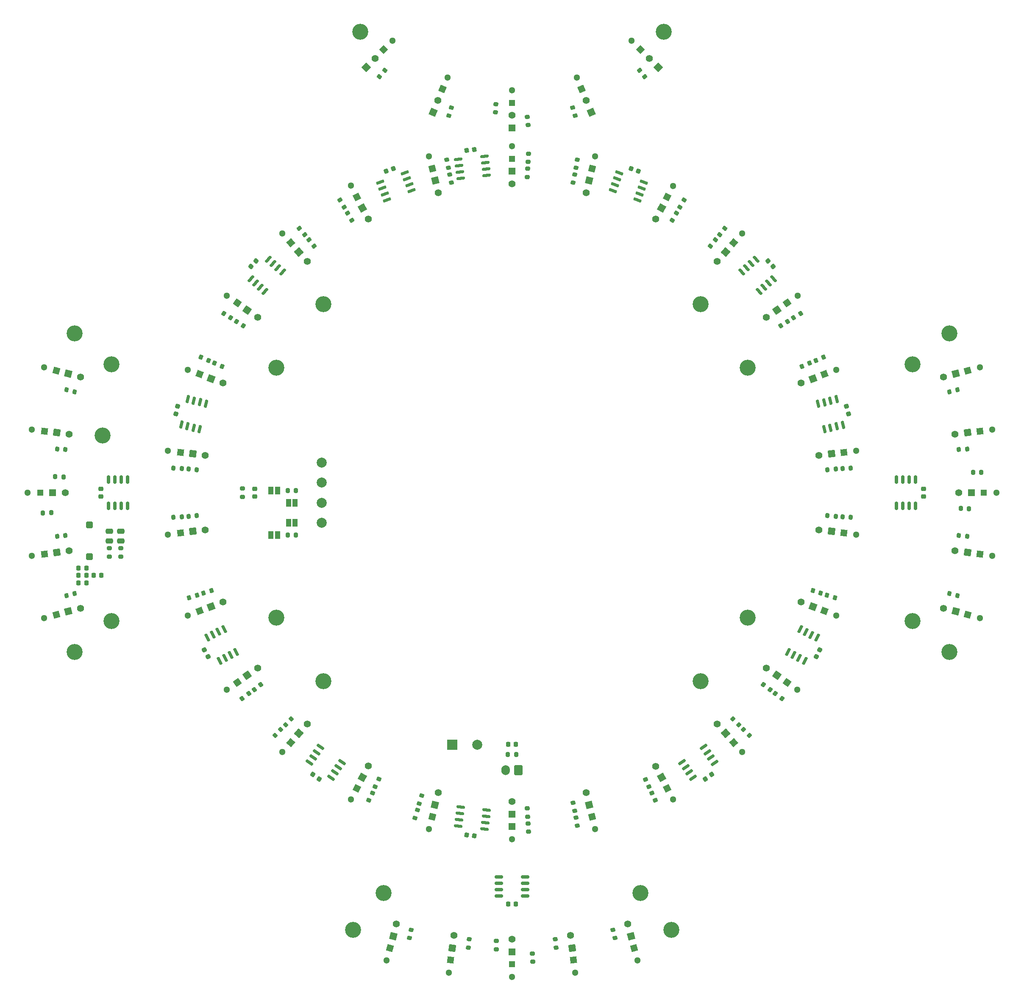
<source format=gbr>
%TF.GenerationSoftware,KiCad,Pcbnew,8.0.1*%
%TF.CreationDate,2025-01-30T00:04:43+09:00*%
%TF.ProjectId,Line-003-20241222,4c696e65-2d30-4303-932d-323032343132,rev?*%
%TF.SameCoordinates,Original*%
%TF.FileFunction,Soldermask,Bot*%
%TF.FilePolarity,Negative*%
%FSLAX46Y46*%
G04 Gerber Fmt 4.6, Leading zero omitted, Abs format (unit mm)*
G04 Created by KiCad (PCBNEW 8.0.1) date 2025-01-30 00:04:43*
%MOMM*%
%LPD*%
G01*
G04 APERTURE LIST*
G04 Aperture macros list*
%AMRoundRect*
0 Rectangle with rounded corners*
0 $1 Rounding radius*
0 $2 $3 $4 $5 $6 $7 $8 $9 X,Y pos of 4 corners*
0 Add a 4 corners polygon primitive as box body*
4,1,4,$2,$3,$4,$5,$6,$7,$8,$9,$2,$3,0*
0 Add four circle primitives for the rounded corners*
1,1,$1+$1,$2,$3*
1,1,$1+$1,$4,$5*
1,1,$1+$1,$6,$7*
1,1,$1+$1,$8,$9*
0 Add four rect primitives between the rounded corners*
20,1,$1+$1,$2,$3,$4,$5,0*
20,1,$1+$1,$4,$5,$6,$7,0*
20,1,$1+$1,$6,$7,$8,$9,0*
20,1,$1+$1,$8,$9,$2,$3,0*%
%AMRotRect*
0 Rectangle, with rotation*
0 The origin of the aperture is its center*
0 $1 length*
0 $2 width*
0 $3 Rotation angle, in degrees counterclockwise*
0 Add horizontal line*
21,1,$1,$2,0,0,$3*%
G04 Aperture macros list end*
%ADD10R,2.000000X2.000000*%
%ADD11C,2.000000*%
%ADD12C,3.200000*%
%ADD13RoundRect,0.250000X0.600000X0.750000X-0.600000X0.750000X-0.600000X-0.750000X0.600000X-0.750000X0*%
%ADD14O,1.700000X2.000000*%
%ADD15RotRect,1.300000X1.300000X165.000000*%
%ADD16C,1.300000*%
%ADD17RotRect,1.300000X1.300000X247.500000*%
%ADD18RoundRect,0.200000X0.275000X-0.200000X0.275000X0.200000X-0.275000X0.200000X-0.275000X-0.200000X0*%
%ADD19RoundRect,0.200000X-0.135734X0.311771X-0.338425X-0.033072X0.135734X-0.311771X0.338425X0.033072X0*%
%ADD20RotRect,1.300000X1.300000X195.000000*%
%ADD21R,1.300000X1.300000*%
%ADD22RotRect,1.400000X1.400000X353.076000*%
%ADD23C,1.400000*%
%ADD24R,1.000000X1.500000*%
%ADD25RoundRect,0.200000X-0.200000X-0.275000X0.200000X-0.275000X0.200000X0.275000X-0.200000X0.275000X0*%
%ADD26RotRect,1.400000X1.400000X89.998000*%
%ADD27R,1.400000X1.400000*%
%ADD28RoundRect,0.200000X0.179464X0.288821X-0.219477X0.259721X-0.179464X-0.288821X0.219477X-0.259721X0*%
%ADD29RoundRect,0.200000X0.308345X-0.143347X0.231377X0.249178X-0.308345X0.143347X-0.231377X-0.249178X0*%
%ADD30RotRect,1.300000X1.300000X187.500000*%
%ADD31RoundRect,0.250000X0.475000X-0.250000X0.475000X0.250000X-0.475000X0.250000X-0.475000X-0.250000X0*%
%ADD32RoundRect,0.150000X-0.688161X-0.067521X0.651990X-0.230290X0.688161X0.067521X-0.651990X0.230290X0*%
%ADD33RoundRect,0.225000X-0.325925X0.083054X-0.116808X-0.315406X0.325925X-0.083054X0.116808X0.315406X0*%
%ADD34RoundRect,0.200000X-0.206410X0.270222X-0.320672X-0.113111X0.206410X-0.270222X0.320672X0.113111X0*%
%ADD35RoundRect,0.225000X-0.327190X-0.077922X0.043146X-0.333562X0.327190X0.077922X-0.043146X0.333562X0*%
%ADD36RotRect,1.400000X1.400000X75.000000*%
%ADD37RotRect,1.300000X1.300000X225.000000*%
%ADD38RoundRect,0.200000X-0.333690X0.065391X-0.165022X-0.297309X0.333690X-0.065391X0.165022X0.297309X0*%
%ADD39RoundRect,0.200000X-0.209476X-0.267853X0.190281X-0.281812X0.209476X0.267853X-0.190281X0.281812X0*%
%ADD40RoundRect,0.200000X0.172722X0.292903X-0.225437X0.254565X-0.172722X-0.292903X0.225437X-0.254565X0*%
%ADD41RoundRect,0.200000X0.231351X-0.249202X0.308360X0.143315X-0.231351X0.249202X-0.308360X-0.143315X0*%
%ADD42RoundRect,0.200000X-0.179474X-0.288815X0.219467X-0.259729X0.179474X0.288815X-0.219467X0.259729X0*%
%ADD43RoundRect,0.150000X0.577947X0.379608X-0.684327X-0.099103X-0.577947X-0.379608X0.684327X0.099103X0*%
%ADD44RotRect,1.400000X1.400000X145.382000*%
%ADD45RoundRect,0.200000X-0.338422X0.033095X-0.135756X-0.311762X0.338422X-0.033095X0.135756X0.311762X0*%
%ADD46RotRect,1.400000X1.400000X67.500000*%
%ADD47RoundRect,0.200000X0.165002X-0.297320X0.333695X0.065368X-0.165002X0.297320X-0.333695X-0.065368X0*%
%ADD48RotRect,1.300000X1.300000X311.538000*%
%ADD49RoundRect,0.200000X0.339642X0.016377X0.089066X0.328165X-0.339642X-0.016377X-0.089066X-0.328165X0*%
%ADD50RoundRect,0.150000X-0.150000X0.675000X-0.150000X-0.675000X0.150000X-0.675000X0.150000X0.675000X0*%
%ADD51RotRect,1.400000X1.400000X76.152000*%
%ADD52RoundRect,0.200000X0.267853X-0.209476X0.281812X0.190281X-0.267853X0.209476X-0.281812X-0.190281X0*%
%ADD53RoundRect,0.200000X0.024699X0.339139X-0.315030X0.127989X-0.024699X-0.339139X0.315030X-0.127989X0*%
%ADD54RoundRect,0.218750X0.218750X0.256250X-0.218750X0.256250X-0.218750X-0.256250X0.218750X-0.256250X0*%
%ADD55RoundRect,0.150000X0.335337X0.604710X-0.559888X-0.405771X-0.335337X-0.604710X0.559888X0.405771X0*%
%ADD56RoundRect,0.200000X-0.256736X-0.222962X0.133012X-0.312942X0.256736X0.222962X-0.133012X0.312942X0*%
%ADD57RoundRect,0.225000X-0.250000X0.225000X-0.250000X-0.225000X0.250000X-0.225000X0.250000X0.225000X0*%
%ADD58RotRect,1.400000X1.400000X352.500000*%
%ADD59RotRect,1.300000X1.300000X345.000000*%
%ADD60RotRect,1.300000X1.300000X325.384000*%
%ADD61RoundRect,0.225000X-0.225000X-0.250000X0.225000X-0.250000X0.225000X0.250000X-0.225000X0.250000X0*%
%ADD62RotRect,1.400000X1.400000X186.920000*%
%ADD63RoundRect,0.150000X0.015907X0.691283X-0.307188X-0.619484X-0.015907X-0.691283X0.307188X0.619484X0*%
%ADD64RoundRect,0.200000X0.079222X-0.330679X0.339001X-0.026517X-0.079222X0.330679X-0.339001X0.026517X0*%
%ADD65RotRect,1.400000X1.400000X62.306000*%
%ADD66RotRect,1.300000X1.300000X315.000000*%
%ADD67RotRect,1.400000X1.400000X195.000000*%
%ADD68RoundRect,0.200000X0.199737X-0.275191X0.323344X0.105232X-0.199737X0.275191X-0.323344X-0.105232X0*%
%ADD69RotRect,1.400000X1.400000X112.500000*%
%ADD70RotRect,1.400000X1.400000X135.000000*%
%ADD71RotRect,1.400000X1.400000X165.000000*%
%ADD72RoundRect,0.225000X0.299040X0.153948X-0.121707X0.313548X-0.299040X-0.153948X0.121707X-0.313548X0*%
%ADD73RoundRect,0.150000X0.307145X-0.619505X-0.015859X0.691284X-0.307145X0.619505X0.015859X-0.691284X0*%
%ADD74RoundRect,0.200000X0.325857X0.097171X0.007956X0.339944X-0.325857X-0.097171X-0.007956X-0.339944X0*%
%ADD75RoundRect,0.200000X0.133012X0.312942X-0.256736X0.222962X-0.133012X-0.312942X0.256736X-0.222962X0*%
%ADD76RoundRect,0.150000X-0.180901X-0.667383X0.446531X0.527953X0.180901X0.667383X-0.446531X-0.527953X0*%
%ADD77RotRect,1.400000X1.400000X159.228000*%
%ADD78RotRect,1.400000X1.400000X105.000000*%
%ADD79RotRect,1.400000X1.400000X228.458000*%
%ADD80RoundRect,0.200000X-0.336511X-0.048843X-0.057214X-0.335189X0.336511X0.048843X0.057214X0.335189X0*%
%ADD81RotRect,1.300000X1.300000X15.000000*%
%ADD82RotRect,1.300000X1.300000X20.768000*%
%ADD83RoundRect,0.200000X-0.172722X-0.292903X0.225437X-0.254565X0.172722X0.292903X-0.225437X0.254565X0*%
%ADD84RotRect,1.300000X1.300000X214.612000*%
%ADD85RotRect,1.300000X1.300000X283.846000*%
%ADD86RotRect,1.400000X1.400000X117.690000*%
%ADD87RoundRect,0.200000X-0.007932X0.339944X-0.325850X0.097194X0.007932X-0.339944X0.325850X-0.097194X0*%
%ADD88RoundRect,0.200000X-0.089043X0.328171X-0.339641X0.016401X0.089043X-0.328171X0.339641X-0.016401X0*%
%ADD89RoundRect,0.150000X-0.675000X-0.150000X0.675000X-0.150000X0.675000X0.150000X-0.675000X0.150000X0*%
%ADD90RoundRect,0.200000X-0.256522X0.223207X-0.291385X-0.175271X0.256522X-0.223207X0.291385X0.175271X0*%
%ADD91RoundRect,0.218750X0.256250X-0.218750X0.256250X0.218750X-0.256250X0.218750X-0.256250X-0.218750X0*%
%ADD92RoundRect,0.200000X-0.073663X-0.331962X0.293116X-0.172360X0.073663X0.331962X-0.293116X0.172360X0*%
%ADD93RotRect,1.300000X1.300000X48.460000*%
%ADD94RoundRect,0.200000X0.222962X-0.256736X0.312942X0.133012X-0.222962X0.256736X-0.312942X-0.133012X0*%
%ADD95RoundRect,0.200000X0.339001X0.026517X0.079222X0.330679X-0.339001X-0.026517X-0.079222X-0.330679X0*%
%ADD96RotRect,1.400000X1.400000X173.074000*%
%ADD97RotRect,1.400000X1.400000X256.150000*%
%ADD98RotRect,1.400000X1.400000X187.500000*%
%ADD99RotRect,1.400000X1.400000X20.768000*%
%ADD100RoundRect,0.150000X-0.470325X-0.506872X0.640735X0.259969X0.470325X0.506872X-0.640735X-0.259969X0*%
%ADD101RoundRect,0.200000X0.179474X0.288815X-0.219467X0.259729X-0.179474X-0.288815X0.219467X-0.259729X0*%
%ADD102RoundRect,0.150000X0.559888X-0.405771X-0.335337X0.604710X-0.559888X0.405771X0.335337X-0.604710X0*%
%ADD103RotRect,1.300000X1.300000X62.306000*%
%ADD104RoundRect,0.200000X-0.225437X-0.254565X0.172722X-0.292903X0.225437X0.254565X-0.172722X0.292903X0*%
%ADD105RotRect,1.300000X1.300000X82.500000*%
%ADD106RotRect,1.400000X1.400000X6.922000*%
%ADD107RoundRect,0.200000X0.254565X-0.225437X0.292903X0.172722X-0.254565X0.225437X-0.292903X-0.172722X0*%
%ADD108RotRect,1.300000X1.300000X297.692000*%
%ADD109RoundRect,0.200000X0.308350X-0.143337X0.231368X0.249186X-0.308350X0.143337X-0.231368X-0.249186X0*%
%ADD110RoundRect,0.200000X0.007932X-0.339944X0.325850X-0.097194X-0.007932X0.339944X-0.325850X0.097194X0*%
%ADD111RotRect,1.300000X1.300000X97.500000*%
%ADD112RotRect,1.400000X1.400000X45.000000*%
%ADD113RoundRect,0.200000X0.265088X-0.212964X0.284279X0.186576X-0.265088X0.212964X-0.284279X-0.186576X0*%
%ADD114RoundRect,0.200000X0.219486X0.259713X-0.179453X0.288828X-0.219486X-0.259713X0.179453X-0.288828X0*%
%ADD115RoundRect,0.200000X-0.057191X0.335193X-0.336507X0.048867X0.057191X-0.335193X0.336507X-0.048867X0*%
%ADD116RotRect,1.300000X1.300000X117.690000*%
%ADD117RoundRect,0.200000X0.089043X-0.328171X0.339641X-0.016401X-0.089043X0.328171X-0.339641X0.016401X0*%
%ADD118RotRect,1.300000X1.300000X34.614000*%
%ADD119RoundRect,0.200000X-0.133012X-0.312942X0.256736X-0.222962X0.133012X0.312942X-0.256736X0.222962X0*%
%ADD120RotRect,1.400000X1.400000X200.766000*%
%ADD121RotRect,1.400000X1.400000X131.536000*%
%ADD122RoundRect,0.200000X-0.231351X0.249202X-0.308360X-0.143315X0.231351X-0.249202X0.308360X0.143315X0*%
%ADD123RotRect,1.300000X1.300000X75.000000*%
%ADD124RoundRect,0.200000X0.200000X0.275000X-0.200000X0.275000X-0.200000X-0.275000X0.200000X-0.275000X0*%
%ADD125RoundRect,0.200000X0.187814X0.283462X-0.211805X0.266014X-0.187814X-0.283462X0.211805X-0.266014X0*%
%ADD126RotRect,1.400000X1.400000X339.230000*%
%ADD127RoundRect,0.200000X0.105130X0.323377X-0.275254X0.199651X-0.105130X-0.323377X0.275254X-0.199651X0*%
%ADD128RoundRect,0.200000X0.333690X-0.065391X0.165022X0.297309X-0.333690X0.065391X-0.165022X-0.297309X0*%
%ADD129RotRect,1.300000X1.300000X186.920000*%
%ADD130RotRect,1.400000X1.400000X7.500000*%
%ADD131RotRect,1.300000X1.300000X352.500000*%
%ADD132RoundRect,0.200000X-0.179464X-0.288821X0.219477X-0.259721X0.179464X0.288821X-0.219477X0.259721X0*%
%ADD133RoundRect,0.200000X0.256736X0.222962X-0.133012X0.312942X-0.256736X-0.222962X0.133012X-0.312942X0*%
%ADD134RoundRect,0.200000X-0.219495X-0.259706X0.179443X-0.288834X0.219495X0.259706X-0.179443X0.288834X0*%
%ADD135RoundRect,0.200000X0.283462X-0.187814X0.266014X0.211805X-0.283462X0.187814X-0.266014X-0.211805X0*%
%ADD136RoundRect,0.150000X-0.640716X0.260014X0.470290X-0.506905X0.640716X-0.260014X-0.470290X0.506905X0*%
%ADD137RoundRect,0.200000X-0.265088X0.212964X-0.284279X-0.186576X0.265088X-0.212964X0.284279X0.186576X0*%
%ADD138RoundRect,0.225000X0.193226X0.275298X-0.253493X0.221057X-0.193226X-0.275298X0.253493X-0.221057X0*%
%ADD139RoundRect,0.200000X0.219495X0.259706X-0.179443X0.288834X-0.219495X-0.259706X0.179443X-0.288834X0*%
%ADD140RoundRect,0.200000X-0.105130X-0.323377X0.275254X-0.199651X0.105130X0.323377X-0.275254X0.199651X0*%
%ADD141RoundRect,0.200000X-0.024699X-0.339139X0.315030X-0.127989X0.024699X0.339139X-0.315030X0.127989X0*%
%ADD142RotRect,1.300000X1.300000X89.998000*%
%ADD143RoundRect,0.225000X-0.043169X-0.333559X0.327184X-0.077945X0.043169X0.333559X-0.327184X0.077945X0*%
%ADD144RotRect,1.400000X1.400000X48.460000*%
%ADD145RoundRect,0.200000X0.225437X0.254565X-0.172722X0.292903X-0.225437X-0.254565X0.172722X-0.292903X0*%
%ADD146RotRect,1.300000X1.300000X242.304000*%
%ADD147RotRect,1.400000X1.400000X345.000000*%
%ADD148RotRect,1.400000X1.400000X214.612000*%
%ADD149RotRect,1.300000X1.300000X228.458000*%
%ADD150RotRect,1.300000X1.300000X103.844000*%
%ADD151RotRect,1.300000X1.300000X105.000000*%
%ADD152RotRect,1.300000X1.300000X200.766000*%
%ADD153RoundRect,0.200000X0.312942X-0.133012X0.222962X0.256736X-0.312942X0.133012X-0.222962X-0.256736X0*%
%ADD154RoundRect,0.200000X0.292903X-0.172722X0.254565X0.225437X-0.292903X0.172722X-0.254565X-0.225437X0*%
%ADD155RotRect,1.300000X1.300000X159.228000*%
%ADD156RoundRect,0.200000X-0.325857X-0.097171X-0.007956X-0.339944X0.325857X0.097171X0.007956X0.339944X0*%
%ADD157RoundRect,0.200000X0.293128X0.172339X-0.073640X0.331967X-0.293128X-0.172339X0.073640X-0.331967X0*%
%ADD158RoundRect,0.200000X0.206410X-0.270222X0.320672X0.113111X-0.206410X0.270222X-0.320672X-0.113111X0*%
%ADD159RoundRect,0.150000X0.651998X0.230268X-0.688159X0.067545X-0.651998X-0.230268X0.688159X-0.067545X0*%
%ADD160RoundRect,0.200000X0.338422X-0.033095X0.135756X0.311762X-0.338422X0.033095X-0.135756X-0.311762X0*%
%ADD161RoundRect,0.200000X-0.339642X-0.016377X-0.089066X-0.328165X0.339642X0.016377X0.089066X0.328165X0*%
%ADD162RotRect,1.400000X1.400000X283.846000*%
%ADD163RoundRect,0.225000X0.250000X-0.225000X0.250000X0.225000X-0.250000X0.225000X-0.250000X-0.225000X0*%
%ADD164RotRect,1.400000X1.400000X34.614000*%
%ADD165RotRect,1.300000X1.300000X172.500000*%
%ADD166RoundRect,0.225000X0.116786X-0.315414X0.325931X0.083031X-0.116786X0.315414X-0.325931X-0.083031X0*%
%ADD167RoundRect,0.225000X-0.037922X0.334196X-0.336330X-0.002631X0.037922X-0.334196X0.336330X0.002631X0*%
%ADD168RotRect,1.300000X1.300000X173.074000*%
%ADD169RotRect,1.300000X1.300000X145.382000*%
%ADD170RotRect,1.400000X1.400000X97.500000*%
%ADD171RotRect,1.400000X1.400000X311.538000*%
%ADD172RoundRect,0.225000X0.296573X-0.158649X0.188905X0.278280X-0.296573X0.158649X-0.188905X-0.278280X0*%
%ADD173RotRect,1.300000X1.300000X131.536000*%
%ADD174RoundRect,0.200000X-0.284272X0.186586X-0.265095X-0.212954X0.284272X-0.186586X0.265095X0.212954X0*%
%ADD175RotRect,1.300000X1.300000X353.076000*%
%ADD176RotRect,1.300000X1.300000X7.500000*%
%ADD177RotRect,1.300000X1.300000X339.230000*%
%ADD178RotRect,1.400000X1.400000X15.000000*%
%ADD179RotRect,1.400000X1.400000X297.692000*%
%ADD180RoundRect,0.200000X-0.308345X0.143347X-0.231377X-0.249178X0.308345X-0.143347X0.231377X0.249178X0*%
%ADD181RoundRect,0.200000X-0.315039X-0.127967X0.024675X-0.339140X0.315039X0.127967X-0.024675X0.339140X0*%
%ADD182RoundRect,0.200000X0.336511X0.048843X0.057214X0.335189X-0.336511X-0.048843X-0.057214X-0.335189X0*%
%ADD183RotRect,1.300000X1.300000X292.500000*%
%ADD184RoundRect,0.225000X0.121729X0.313540X-0.299029X0.153969X-0.121729X-0.313540X0.299029X-0.153969X0*%
%ADD185RoundRect,0.350000X0.350000X-0.350000X0.350000X0.350000X-0.350000X0.350000X-0.350000X-0.350000X0*%
%ADD186RoundRect,0.200000X0.275268X0.199631X-0.105107X0.323384X-0.275268X-0.199631X0.105107X-0.323384X0*%
%ADD187RoundRect,0.225000X-0.253501X-0.221048X0.193216X-0.275304X0.253501X0.221048X-0.193216X0.275304X0*%
%ADD188RoundRect,0.200000X0.073663X0.331962X-0.293116X0.172360X-0.073663X-0.331962X0.293116X-0.172360X0*%
%ADD189RotRect,1.400000X1.400000X172.500000*%
%ADD190RoundRect,0.200000X-0.219486X-0.259713X0.179453X-0.288828X0.219486X0.259713X-0.179453X0.288828X0*%
%ADD191RoundRect,0.200000X-0.308350X0.143337X-0.231368X-0.249186X0.308350X-0.143337X0.231368X0.249186X0*%
%ADD192RoundRect,0.225000X0.336330X-0.002655X0.037945X0.334193X-0.336330X0.002655X-0.037945X-0.334193X0*%
%ADD193RotRect,1.300000X1.300000X256.150000*%
%ADD194RotRect,1.300000X1.300000X76.152000*%
%ADD195RotRect,1.400000X1.400000X82.500000*%
%ADD196RoundRect,0.150000X0.684327X-0.099103X-0.577947X0.379608X-0.684327X0.099103X0.577947X-0.379608X0*%
%ADD197RoundRect,0.200000X0.135734X-0.311771X0.338425X0.033072X-0.135734X0.311771X-0.338425X-0.033072X0*%
%ADD198RoundRect,0.200000X0.323344X-0.105232X0.199737X0.275191X-0.323344X0.105232X-0.199737X-0.275191X0*%
%ADD199RoundRect,0.200000X0.209476X0.267853X-0.190281X0.281812X-0.209476X-0.267853X0.190281X-0.281812X0*%
%ADD200RoundRect,0.150000X-0.446494X0.527985X0.180855X-0.667395X0.446494X-0.527985X-0.180855X0.667395X0*%
%ADD201RoundRect,0.200000X-0.293128X-0.172339X0.073640X-0.331967X0.293128X0.172339X-0.073640X0.331967X0*%
%ADD202RoundRect,0.200000X0.057191X-0.335193X0.336507X-0.048867X-0.057191X0.335193X-0.336507X0.048867X0*%
%ADD203RoundRect,0.200000X-0.275268X-0.199631X0.105107X-0.323384X0.275268X0.199631X-0.105107X0.323384X0*%
%ADD204RoundRect,0.225000X-0.188885X0.278294X-0.296584X-0.158629X0.188885X-0.278294X0.296584X0.158629X0*%
%ADD205RotRect,1.400000X1.400000X103.844000*%
%ADD206RoundRect,0.200000X0.284272X-0.186586X0.265095X0.212954X-0.284272X0.186586X-0.265095X-0.212954X0*%
%ADD207RotRect,1.300000X1.300000X6.922000*%
%ADD208RotRect,1.400000X1.400000X325.384000*%
%ADD209RotRect,1.400000X1.400000X242.304000*%
%ADD210RoundRect,0.200000X0.289844X-0.177807X0.258460X0.220960X-0.289844X0.177807X-0.258460X-0.220960X0*%
%ADD211RoundRect,0.200000X-0.187814X-0.283462X0.211805X-0.266014X0.187814X0.283462X-0.211805X0.266014X0*%
%ADD212RoundRect,0.200000X0.315039X0.127967X-0.024675X0.339140X-0.315039X-0.127967X0.024675X-0.339140X0*%
%ADD213RoundRect,0.150000X0.150000X-0.675000X0.150000X0.675000X-0.150000X0.675000X-0.150000X-0.675000X0*%
%ADD214RoundRect,0.200000X-0.165002X0.297320X-0.333695X-0.065368X0.165002X-0.297320X0.333695X0.065368X0*%
G04 APERTURE END LIST*
D10*
%TO.C,C20*%
X-11967677Y-50400000D03*
D11*
X-6967677Y-50400000D03*
%TD*%
D12*
%TO.C,REF\u002A\u002A*%
X-47070669Y24999019D03*
%TD*%
%TO.C,REF\u002A\u002A*%
X79994425Y25636949D03*
%TD*%
%TO.C,REF\u002A\u002A*%
X47075818Y-25000968D03*
%TD*%
%TO.C,REF\u002A\u002A*%
X87393986Y-31808854D03*
%TD*%
%TO.C,REF\u002A\u002A*%
X87393986Y31806892D03*
%TD*%
%TO.C,REF\u002A\u002A*%
X-47070669Y-25000981D03*
%TD*%
%TO.C,REF\u002A\u002A*%
X-79989281Y-25638911D03*
%TD*%
%TO.C,REF\u002A\u002A*%
X-87388842Y31806892D03*
%TD*%
%TO.C,REF\u002A\u002A*%
X25640502Y-79992834D03*
%TD*%
%TO.C,REF\u002A\u002A*%
X31810445Y-87392395D03*
%TD*%
D13*
%TO.C,J1*%
X1250000Y-55500000D03*
D14*
X-1250000Y-55500000D03*
%TD*%
D12*
%TO.C,REF\u002A\u002A*%
X30316322Y92112824D03*
%TD*%
%TO.C,REF\u002A\u002A*%
X79994425Y-25638911D03*
%TD*%
%TO.C,REF\u002A\u002A*%
X-87388828Y-31808881D03*
%TD*%
D11*
%TO.C,J2*%
X-37997528Y5999123D03*
X-37997528Y1999123D03*
X-37997528Y-2000877D03*
X-37997528Y-6000877D03*
%TD*%
D12*
%TO.C,REF\u002A\u002A*%
X-37686219Y-37689772D03*
%TD*%
%TO.C,REF\u002A\u002A*%
X-79989281Y25636949D03*
%TD*%
%TO.C,REF\u002A\u002A*%
X-25635358Y-79992831D03*
%TD*%
%TO.C,REF\u002A\u002A*%
X-30311177Y92112824D03*
%TD*%
%TO.C,REF\u002A\u002A*%
X37691364Y37687811D03*
%TD*%
%TO.C,REF\u002A\u002A*%
X-31805301Y-87392395D03*
%TD*%
%TO.C,REF\u002A\u002A*%
X-81767428Y11429019D03*
%TD*%
%TO.C,REF\u002A\u002A*%
X37691363Y-37689772D03*
%TD*%
%TO.C,REF\u002A\u002A*%
X-37686220Y37687811D03*
%TD*%
%TO.C,REF\u002A\u002A*%
X47075813Y24999019D03*
%TD*%
D15*
%TO.C,U42*%
X91021644Y-24389396D03*
D16*
X93475096Y-25046796D03*
%TD*%
D17*
%TO.C,U30*%
X-13877473Y80661453D03*
D16*
X-12905457Y83008107D03*
%TD*%
D18*
%TO.C,R81*%
X-78158064Y-12751479D03*
X-78158064Y-11101479D03*
%TD*%
D19*
%TO.C,R55*%
X32850971Y55885216D03*
X32014873Y54462740D03*
%TD*%
D20*
%TO.C,U46*%
X91021644Y24387642D03*
D16*
X93475096Y25045042D03*
%TD*%
D21*
%TO.C,U34*%
X-94228664Y-876D03*
D16*
X-96768664Y-876D03*
%TD*%
D22*
%TO.C,D7*%
X-63798795Y7747041D03*
D23*
X-61277319Y7440837D03*
%TD*%
D24*
%TO.C,JP8*%
X-43350000Y-6000000D03*
X-44650000Y-6000000D03*
%TD*%
D25*
%TO.C,R88*%
X-825000Y-52300006D03*
X825000Y-52300006D03*
%TD*%
D26*
%TO.C,D14*%
X236Y-64270878D03*
D23*
X324Y-61730878D03*
%TD*%
D27*
%TO.C,D39*%
X2454Y-91770877D03*
D23*
X2454Y-89230877D03*
%TD*%
D28*
%TO.C,R8*%
X-65997192Y-4815162D03*
X-67642820Y-4935200D03*
%TD*%
D29*
%TO.C,R45*%
X12476029Y-63614480D03*
X12158537Y-61995314D03*
%TD*%
D30*
%TO.C,U45*%
X93426303Y12298607D03*
D16*
X95944573Y12630143D03*
%TD*%
D27*
%TO.C,D44*%
X91772454Y-877D03*
D23*
X89232454Y-877D03*
%TD*%
D31*
%TO.C,C22*%
X-80408064Y-9626479D03*
X-80408064Y-7726479D03*
%TD*%
D32*
%TO.C,U54*%
X-10730392Y-66597651D03*
X-10577268Y-65336916D03*
X-10424144Y-64076181D03*
X-10271020Y-62815446D03*
X-5059320Y-63448439D03*
X-5212444Y-64709174D03*
X-5365568Y-65969909D03*
X-5518692Y-67230644D03*
%TD*%
D33*
%TO.C,C5*%
X-61454864Y-31379146D03*
X-60734574Y-32751620D03*
%TD*%
D34*
%TO.C,R13*%
X-18900760Y-63418534D03*
X-19372090Y-64999782D03*
%TD*%
D35*
%TO.C,C6*%
X-39833390Y-56345393D03*
X-38557790Y-57225929D03*
%TD*%
D36*
%TO.C,D37*%
X-23749370Y-88643890D03*
D23*
X-23091970Y-86190438D03*
%TD*%
D37*
%TO.C,U31*%
X-25644309Y88523801D03*
D16*
X-23848257Y90319853D03*
%TD*%
D38*
%TO.C,R16*%
X27906396Y-60005048D03*
X28602150Y-61501186D03*
%TD*%
D39*
%TO.C,R64*%
X-91266912Y3186327D03*
X-89617918Y3128743D03*
%TD*%
D40*
%TO.C,R75*%
X90907013Y8752244D03*
X89264609Y8594098D03*
%TD*%
D41*
%TO.C,R26*%
X12742594Y64936165D03*
X13060256Y66555297D03*
%TD*%
D42*
%TO.C,R21*%
X66002268Y4811103D03*
X67647900Y4931085D03*
%TD*%
D27*
%TO.C,D34*%
X-91768664Y-876D03*
D23*
X-89228664Y-876D03*
%TD*%
D43*
%TO.C,U48*%
X-21444988Y63954815D03*
X-20994644Y62767342D03*
X-20544301Y61579870D03*
X-20093957Y60392397D03*
X-25002800Y58530741D03*
X-25453144Y59718214D03*
X-25903487Y60905686D03*
X-26353831Y62093159D03*
%TD*%
D44*
%TO.C,D18*%
X52893985Y-36512814D03*
D23*
X50803671Y-35069834D03*
%TD*%
D45*
%TO.C,R33*%
X-32842160Y55887510D03*
X-32006164Y54464974D03*
%TD*%
D46*
%TO.C,D30*%
X-15790891Y76042055D03*
D23*
X-14818875Y78388709D03*
%TD*%
D47*
%TO.C,R42*%
X-27336338Y-58779027D03*
X-26640480Y-57282939D03*
%TD*%
D48*
%TO.C,U4*%
X-44247293Y49947600D03*
D16*
X-45931609Y51848830D03*
%TD*%
D49*
%TO.C,R4*%
X-41452251Y51580496D03*
X-42485877Y52866620D03*
%TD*%
D50*
%TO.C,U51*%
X-80607918Y2624121D03*
X-79337918Y2624121D03*
X-78067918Y2624121D03*
X-76797918Y2624121D03*
X-76797918Y-2625879D03*
X-78067918Y-2625879D03*
X-79337918Y-2625879D03*
X-80607918Y-2625879D03*
%TD*%
D51*
%TO.C,D13*%
X-15380349Y-62402813D03*
D23*
X-14772407Y-59936641D03*
%TD*%
D52*
%TO.C,R69*%
X-3184740Y-91270236D03*
X-3127156Y-89621242D03*
%TD*%
D53*
%TO.C,R53*%
X55059750Y34218630D03*
X53658368Y33347636D03*
%TD*%
D54*
%TO.C,D48*%
X787500Y-50300006D03*
X-787500Y-50300006D03*
%TD*%
D55*
%TO.C,U49*%
X-48709753Y46662202D03*
X-47759152Y45820028D03*
X-46808551Y44977853D03*
X-45857950Y44135678D03*
X-49339381Y40206030D03*
X-50289982Y41048204D03*
X-51240583Y41890379D03*
X-52191184Y42732554D03*
%TD*%
D56*
%TO.C,R62*%
X-88981892Y20542785D03*
X-87374182Y20171615D03*
%TD*%
D57*
%TO.C,C4*%
X-82165251Y785999D03*
X-82165251Y-764001D03*
%TD*%
D24*
%TO.C,JP9*%
X-46847528Y450000D03*
X-48147528Y450000D03*
%TD*%
D58*
%TO.C,D33*%
X-90982441Y11977512D03*
D23*
X-88464171Y11645976D03*
%TD*%
D59*
%TO.C,U32*%
X-91016736Y24387642D03*
D16*
X-93470188Y25045042D03*
%TD*%
D60*
%TO.C,U5*%
X-54914826Y37906671D03*
D16*
X-57005190Y39349577D03*
%TD*%
D61*
%TO.C,C19*%
X-86598064Y-15051479D03*
X-85048064Y-15051479D03*
%TD*%
D62*
%TO.C,D21*%
X63804293Y7742587D03*
D23*
X61282797Y7436559D03*
%TD*%
D63*
%TO.C,U50*%
X-64815375Y18679873D03*
X-63582285Y18375924D03*
X-62349192Y18071974D03*
X-61116100Y17768025D03*
X-62372583Y12670599D03*
X-63605673Y12974548D03*
X-64838766Y13278498D03*
X-66071858Y13582447D03*
%TD*%
D64*
%TO.C,R61*%
X-26511281Y83126982D03*
X-25439691Y84381652D03*
%TD*%
D65*
%TO.C,D12*%
X-29866960Y-56908255D03*
D23*
X-28686496Y-54659231D03*
%TD*%
D66*
%TO.C,U27*%
X25649217Y88523801D03*
D16*
X23853165Y90319853D03*
%TD*%
D67*
%TO.C,D46*%
X88645467Y23750947D03*
D23*
X86192015Y23093547D03*
%TD*%
D68*
%TO.C,R60*%
X-12613183Y75343674D03*
X-12103305Y76912918D03*
%TD*%
D69*
%TO.C,D28*%
X15795800Y76042055D03*
D23*
X14823784Y78388709D03*
%TD*%
D31*
%TO.C,C21*%
X-78158064Y-9626479D03*
X-78158064Y-7726479D03*
%TD*%
D70*
%TO.C,D27*%
X29184751Y84988267D03*
D23*
X27388699Y86784319D03*
%TD*%
D61*
%TO.C,C14*%
X-772530Y-82201479D03*
X777470Y-82201479D03*
%TD*%
D71*
%TO.C,D42*%
X88645467Y-23752701D03*
D23*
X86192015Y-23095301D03*
%TD*%
D72*
%TO.C,C12*%
X25199080Y64238766D03*
X23749840Y64788498D03*
%TD*%
D73*
%TO.C,U59*%
X66077764Y13577834D03*
X64844651Y13273971D03*
X63611538Y12970108D03*
X62378425Y12666245D03*
X61122298Y17763758D03*
X62355411Y18067621D03*
X63588524Y18371484D03*
X64821637Y18675347D03*
%TD*%
D74*
%TO.C,R48*%
X51522363Y-39345248D03*
X50211019Y-38343810D03*
%TD*%
D75*
%TO.C,R76*%
X88986803Y20542786D03*
X87379093Y20171616D03*
%TD*%
D76*
%TO.C,U57*%
X58465163Y-33652614D03*
X57340661Y-33062362D03*
X56216160Y-32472111D03*
X55091658Y-31881860D03*
X57531673Y-27233330D03*
X58656175Y-27823582D03*
X59780676Y-28413833D03*
X60905178Y-29004084D03*
%TD*%
D77*
%TO.C,D19*%
X60094871Y-22794239D03*
D23*
X57719973Y-21893427D03*
%TD*%
D78*
%TO.C,D41*%
X23754278Y-88643890D03*
D23*
X23096878Y-86190438D03*
%TD*%
D79*
%TO.C,D24*%
X42624342Y48103275D03*
D23*
X40939894Y46202161D03*
%TD*%
D80*
%TO.C,R17*%
X46208511Y-47373135D03*
X47360607Y-48554309D03*
%TD*%
D81*
%TO.C,U36*%
X-91016737Y-24389396D03*
D16*
X-93470189Y-25046796D03*
%TD*%
D82*
%TO.C,U9*%
X-62391663Y-23662322D03*
D16*
X-64766623Y-24562968D03*
%TD*%
D83*
%TO.C,R65*%
X-90902103Y-8753982D03*
X-89259699Y-8595836D03*
%TD*%
D84*
%TO.C,U23*%
X54922431Y37902837D03*
D16*
X57012895Y39345597D03*
%TD*%
D85*
%TO.C,U2*%
X-15966880Y64790111D03*
D16*
X-16574736Y67256305D03*
%TD*%
D86*
%TO.C,D16*%
X29867945Y-56910340D03*
D23*
X28687639Y-54661234D03*
%TD*%
D87*
%TO.C,R10*%
X-52593176Y-40160934D03*
X-53904590Y-41162280D03*
%TD*%
D88*
%TO.C,R54*%
X40614991Y50525377D03*
X39581275Y49239325D03*
%TD*%
D89*
%TO.C,U55*%
X-2622530Y-80611290D03*
X-2622530Y-79341290D03*
X-2622530Y-78071290D03*
X-2622530Y-76801290D03*
X2627470Y-76801290D03*
X2627470Y-78071290D03*
X2627470Y-79341290D03*
X2627470Y-80611290D03*
%TD*%
D90*
%TO.C,R27*%
X-3195100Y77635000D03*
X-3338900Y75991278D03*
%TD*%
D91*
%TO.C,D47*%
X-51400000Y-787500D03*
X-51400000Y787500D03*
%TD*%
D92*
%TO.C,R22*%
X60681532Y26403288D03*
X62194498Y27061646D03*
%TD*%
D21*
%TO.C,U1*%
X2479Y66729121D03*
D16*
X2479Y69269121D03*
%TD*%
D93*
%TO.C,U11*%
X-44249037Y-49947813D03*
D16*
X-45933419Y-51848985D03*
%TD*%
D61*
%TO.C,C17*%
X-86598064Y-16551479D03*
X-85048064Y-16551479D03*
%TD*%
D94*
%TO.C,R67*%
X-20541200Y-88985217D03*
X-20170030Y-87377507D03*
%TD*%
D95*
%TO.C,R57*%
X26516156Y83126985D03*
X25444566Y84381655D03*
%TD*%
D96*
%TO.C,D20*%
X63803482Y-7751026D03*
D23*
X61282018Y-7444734D03*
%TD*%
D97*
%TO.C,D26*%
X15387485Y62400519D03*
D23*
X14779457Y59934367D03*
%TD*%
D98*
%TO.C,D45*%
X90987348Y11977512D03*
D23*
X88469078Y11645976D03*
%TD*%
D99*
%TO.C,D9*%
X-60091504Y-22790044D03*
D23*
X-57716544Y-21889398D03*
%TD*%
D100*
%TO.C,U56*%
X36130179Y-56966780D03*
X35408781Y-55921561D03*
X34687382Y-54876341D03*
X33965983Y-53831122D03*
X38286773Y-50848962D03*
X39008171Y-51894181D03*
X39729570Y-52939401D03*
X40450969Y-53984620D03*
%TD*%
D101*
%TO.C,R51*%
X64655842Y4712937D03*
X63010210Y4592955D03*
%TD*%
D102*
%TO.C,U60*%
X52196142Y42732554D03*
X51245541Y41890379D03*
X50294940Y41048204D03*
X49344339Y40206030D03*
X45862908Y44135678D03*
X46813509Y44977853D03*
X47764110Y45820028D03*
X48714711Y46662202D03*
%TD*%
D103*
%TO.C,U12*%
X-31010243Y-59086443D03*
D16*
X-32190707Y-61335467D03*
%TD*%
D104*
%TO.C,R63*%
X-90902103Y8752242D03*
X-89259699Y8594096D03*
%TD*%
D105*
%TO.C,U38*%
X-12297029Y-93424726D03*
D16*
X-12628565Y-95942996D03*
%TD*%
D106*
%TO.C,D8*%
X-63799065Y-7746572D03*
D23*
X-61277579Y-7440456D03*
%TD*%
D107*
%TO.C,R68*%
X-8750658Y-90905429D03*
X-8592512Y-89263025D03*
%TD*%
D108*
%TO.C,U3*%
X-31008181Y59085768D03*
D16*
X-32188565Y61334832D03*
%TD*%
D109*
%TO.C,R2*%
X-12733153Y64937053D03*
X-13050701Y66556209D03*
%TD*%
D110*
%TO.C,R40*%
X-51520202Y-39341650D03*
X-50208788Y-38340304D03*
%TD*%
D111*
%TO.C,U40*%
X12301938Y-93424726D03*
D16*
X12633474Y-95942996D03*
%TD*%
D112*
%TO.C,D31*%
X-29179843Y84988267D03*
D23*
X-27383791Y86784319D03*
%TD*%
D113*
%TO.C,R1*%
X3177407Y66097915D03*
X3256571Y67746015D03*
%TD*%
D114*
%TO.C,R7*%
X-65997023Y4815712D03*
X-67642647Y4935808D03*
%TD*%
D115*
%TO.C,R11*%
X-46206910Y-47369909D03*
X-47359090Y-48551003D03*
%TD*%
D116*
%TO.C,U16*%
X31011076Y-59088608D03*
D16*
X32191382Y-61337714D03*
%TD*%
D117*
%TO.C,R24*%
X41460760Y51577602D03*
X42494476Y52863654D03*
%TD*%
D118*
%TO.C,U10*%
X-54916150Y-37906512D03*
D16*
X-57006564Y-39349346D03*
%TD*%
D119*
%TO.C,R66*%
X-88981891Y-20544524D03*
X-87374181Y-20173354D03*
%TD*%
D120*
%TO.C,D22*%
X60097257Y22786188D03*
D23*
X57722265Y21885626D03*
%TD*%
D121*
%TO.C,D17*%
X42619305Y-48109495D03*
D23*
X40935055Y-46208205D03*
%TD*%
D122*
%TO.C,R56*%
X12482690Y63611419D03*
X12165028Y61992287D03*
%TD*%
D123*
%TO.C,U37*%
X-24386065Y-91020067D03*
D16*
X-25043465Y-93473519D03*
%TD*%
D124*
%TO.C,R87*%
X-43175000Y-8500000D03*
X-44825000Y-8500000D03*
%TD*%
D125*
%TO.C,R30*%
X93737036Y4091610D03*
X92088606Y4019638D03*
%TD*%
D126*
%TO.C,D6*%
X-60090709Y22790383D03*
D23*
X-57715779Y21889655D03*
%TD*%
D127*
%TO.C,R9*%
X-62927283Y-20469846D03*
X-64496365Y-20980218D03*
%TD*%
D128*
%TO.C,R46*%
X27337143Y-58780936D03*
X26641389Y-57284798D03*
%TD*%
D129*
%TO.C,U21*%
X66246374Y8038976D03*
D16*
X68767870Y8345004D03*
%TD*%
D130*
%TO.C,D35*%
X-90982441Y-11979265D03*
D23*
X-88464171Y-11647729D03*
%TD*%
D131*
%TO.C,U33*%
X-93421396Y12298607D03*
D16*
X-95939666Y12630143D03*
%TD*%
D132*
%TO.C,R38*%
X-64650769Y-4716947D03*
X-63005141Y-4596909D03*
%TD*%
D133*
%TO.C,R72*%
X88986801Y-20544527D03*
X87379091Y-20173357D03*
%TD*%
D27*
%TO.C,D29*%
X2455Y72900564D03*
D23*
X2455Y75440564D03*
%TD*%
D134*
%TO.C,R20*%
X66001763Y-4819768D03*
X67647383Y-4939922D03*
%TD*%
D135*
%TO.C,R29*%
X4093925Y-93736679D03*
X4021953Y-92088249D03*
%TD*%
D136*
%TO.C,U53*%
X-40449780Y-53981796D03*
X-39728308Y-52936627D03*
X-39006837Y-51891458D03*
X-38285365Y-50846288D03*
X-33964784Y-53828750D03*
X-34686256Y-54873919D03*
X-35407727Y-55919088D03*
X-36129199Y-56964258D03*
%TD*%
D137*
%TO.C,R31*%
X3112636Y64749470D03*
X3033472Y63101370D03*
%TD*%
D138*
%TO.C,C1*%
X-7545110Y68589459D03*
X-9083810Y68402629D03*
%TD*%
D139*
%TO.C,R50*%
X64655348Y-4721461D03*
X63009728Y-4601307D03*
%TD*%
D61*
%TO.C,C16*%
X-86598064Y-18051479D03*
X-85048064Y-18051479D03*
%TD*%
D140*
%TO.C,R39*%
X-61643488Y-20052271D03*
X-60074406Y-19541899D03*
%TD*%
D141*
%TO.C,R23*%
X56206335Y34931261D03*
X57607717Y35802255D03*
%TD*%
D142*
%TO.C,U14*%
X150Y-66730878D03*
D16*
X62Y-69270878D03*
%TD*%
D143*
%TO.C,C8*%
X38558752Y-57228621D03*
X39834414Y-56348173D03*
%TD*%
D144*
%TO.C,D11*%
X-42617705Y-48106520D03*
D23*
X-40933323Y-46205348D03*
%TD*%
D145*
%TO.C,R73*%
X90907013Y-8753984D03*
X89264609Y-8595838D03*
%TD*%
D146*
%TO.C,U25*%
X31017263Y59083603D03*
D16*
X32197805Y61332585D03*
%TD*%
D147*
%TO.C,D32*%
X-88640559Y23750947D03*
D23*
X-86187107Y23093547D03*
%TD*%
D21*
%TO.C,U29*%
X2455Y77900564D03*
D16*
X2455Y80440564D03*
%TD*%
D148*
%TO.C,D23*%
X52897808Y36505517D03*
D23*
X50807344Y35062757D03*
%TD*%
D149*
%TO.C,U24*%
X44255739Y49944509D03*
D16*
X45940187Y51845623D03*
%TD*%
D150*
%TO.C,U15*%
X15969577Y-64792425D03*
D16*
X16577347Y-67258643D03*
%TD*%
D151*
%TO.C,U41*%
X24390973Y-91020067D03*
D16*
X25048373Y-93473519D03*
%TD*%
D152*
%TO.C,U22*%
X62397447Y23658387D03*
D16*
X64772439Y24558949D03*
%TD*%
D153*
%TO.C,R71*%
X20546111Y-88985216D03*
X20174941Y-87377506D03*
%TD*%
D154*
%TO.C,R70*%
X8755570Y-90905427D03*
X8597424Y-89263023D03*
%TD*%
D155*
%TO.C,U19*%
X62394968Y-23666678D03*
D16*
X64769866Y-24567490D03*
%TD*%
D156*
%TO.C,R18*%
X52595281Y-40164605D03*
X53906625Y-41166043D03*
%TD*%
D157*
%TO.C,R6*%
X-60674781Y26407524D03*
X-62187701Y27065988D03*
%TD*%
D158*
%TO.C,R43*%
X-18515125Y-62124783D03*
X-18043795Y-60543535D03*
%TD*%
D159*
%TO.C,U47*%
X-5516345Y67229079D03*
X-5363265Y65968340D03*
X-5210185Y64707598D03*
X-5057105Y63446858D03*
X-10268827Y62814047D03*
X-10421907Y64074786D03*
X-10574987Y65335528D03*
X-10728067Y66596268D03*
%TD*%
D160*
%TO.C,R3*%
X-33526161Y57051401D03*
X-34362157Y58473937D03*
%TD*%
D161*
%TO.C,R34*%
X-40606556Y50528212D03*
X-39572930Y49242088D03*
%TD*%
D162*
%TO.C,D2*%
X-15378171Y62401592D03*
D23*
X-14770315Y59935398D03*
%TD*%
D163*
%TO.C,C15*%
X82201936Y-775879D03*
X82201936Y774121D03*
%TD*%
D164*
%TO.C,D10*%
X-52891576Y-36509122D03*
D23*
X-50801162Y-35066288D03*
%TD*%
D165*
%TO.C,U43*%
X93426303Y-12300360D03*
D16*
X95944573Y-12631896D03*
%TD*%
D166*
%TO.C,C9*%
X60737245Y-32755860D03*
X61457631Y-31383438D03*
%TD*%
D167*
%TO.C,C3*%
X-51130407Y46335161D03*
X-52158259Y45174979D03*
%TD*%
D168*
%TO.C,U20*%
X66245532Y-8047671D03*
D16*
X68766996Y-8353963D03*
%TD*%
D27*
%TO.C,D1*%
X2479Y64269121D03*
D23*
X2479Y61729121D03*
%TD*%
D169*
%TO.C,U18*%
X54918461Y-37910346D03*
D16*
X57008775Y-39353326D03*
%TD*%
D170*
%TO.C,D40*%
X11980843Y-90985771D03*
D23*
X11649307Y-88467501D03*
%TD*%
D171*
%TO.C,D4*%
X-42616026Y48106249D03*
D23*
X-40931710Y46205019D03*
%TD*%
D172*
%TO.C,C10*%
X67183801Y15755724D03*
X66812945Y17260704D03*
%TD*%
D173*
%TO.C,U17*%
X44250508Y-49950902D03*
D16*
X45934758Y-51852192D03*
%TD*%
D21*
%TO.C,U39*%
X2454Y-94230877D03*
D16*
X2454Y-96770877D03*
%TD*%
D174*
%TO.C,R14*%
X3175100Y-66099779D03*
X3254206Y-67747881D03*
%TD*%
D175*
%TO.C,U7*%
X-66240854Y8043600D03*
D16*
X-68762330Y8349804D03*
%TD*%
D176*
%TO.C,U35*%
X-93421396Y-12300359D03*
D16*
X-95939666Y-12631895D03*
%TD*%
D177*
%TO.C,U6*%
X-62390836Y23662742D03*
D16*
X-64765766Y24563470D03*
%TD*%
D178*
%TO.C,D36*%
X-88640560Y-23752700D03*
D23*
X-86187108Y-23095300D03*
%TD*%
D179*
%TO.C,D3*%
X-29864973Y56907539D03*
D23*
X-28684589Y54658475D03*
%TD*%
D180*
%TO.C,R15*%
X12735795Y-64939252D03*
X13053287Y-66558418D03*
%TD*%
D181*
%TO.C,R35*%
X-55052454Y34222473D03*
X-53651134Y33351381D03*
%TD*%
D182*
%TO.C,R47*%
X45265887Y-46406719D03*
X44113791Y-45225545D03*
%TD*%
D183*
%TO.C,U28*%
X13882382Y80661453D03*
D16*
X12910366Y83008107D03*
%TD*%
D124*
%TO.C,R86*%
X-43172528Y450000D03*
X-44822528Y450000D03*
%TD*%
D61*
%TO.C,C18*%
X-83575000Y-16551479D03*
X-82025000Y-16551479D03*
%TD*%
D184*
%TO.C,C2*%
X-23740359Y64790156D03*
X-25189637Y64240524D03*
%TD*%
D185*
%TO.C,SW1*%
X-84450000Y-12800000D03*
X-84450000Y-6400000D03*
%TD*%
D186*
%TO.C,R49*%
X61646996Y-20056574D03*
X60077948Y-19546094D03*
%TD*%
D187*
%TO.C,C7*%
X-9086197Y-68404070D03*
X-7547505Y-68590954D03*
%TD*%
D188*
%TO.C,R52*%
X59443653Y25864631D03*
X57930687Y25206273D03*
%TD*%
D18*
%TO.C,R79*%
X-53850000Y-826479D03*
X-53850000Y823521D03*
%TD*%
D189*
%TO.C,D43*%
X90987348Y-11979265D03*
D23*
X88469078Y-11647729D03*
%TD*%
D190*
%TO.C,R37*%
X-64650604Y4717451D03*
X-63004980Y4597355D03*
%TD*%
D191*
%TO.C,R32*%
X-12473341Y63612291D03*
X-12155793Y61993135D03*
%TD*%
D192*
%TO.C,C11*%
X52166370Y45171337D03*
X51138600Y46331591D03*
%TD*%
D24*
%TO.C,JP7*%
X-43347528Y-2050000D03*
X-44647528Y-2050000D03*
%TD*%
D193*
%TO.C,U26*%
X15976362Y64788996D03*
D16*
X16584390Y67255148D03*
%TD*%
D194*
%TO.C,U13*%
X-15969142Y-64791312D03*
D16*
X-16577084Y-67257484D03*
%TD*%
D195*
%TO.C,D38*%
X-11975934Y-90985771D03*
D23*
X-11644398Y-88467501D03*
%TD*%
D196*
%TO.C,U61*%
X26358789Y62093159D03*
X25908445Y60905686D03*
X25458102Y59718214D03*
X25007758Y58530741D03*
X20098915Y60392397D03*
X20549259Y61579870D03*
X20999602Y62767342D03*
X21449946Y63954815D03*
%TD*%
D197*
%TO.C,R25*%
X33535051Y57049062D03*
X34371149Y58471538D03*
%TD*%
D198*
%TO.C,R58*%
X12618058Y75343677D03*
X12108180Y76912921D03*
%TD*%
D199*
%TO.C,R74*%
X91271822Y-3188066D03*
X89622828Y-3130482D03*
%TD*%
D200*
%TO.C,U52*%
X-60902244Y-28999832D03*
X-59777702Y-28409659D03*
X-58653159Y-27819487D03*
X-57528616Y-27229314D03*
X-55088926Y-31878014D03*
X-56213468Y-32468187D03*
X-57338011Y-33058359D03*
X-58462554Y-33648532D03*
%TD*%
D201*
%TO.C,R36*%
X-59436938Y25868781D03*
X-57924018Y25210317D03*
%TD*%
D202*
%TO.C,R41*%
X-45264219Y-46403559D03*
X-44112039Y-45222465D03*
%TD*%
D203*
%TO.C,R19*%
X62930761Y-20474241D03*
X64499809Y-20984721D03*
%TD*%
D204*
%TO.C,C13*%
X-66806782Y17265368D03*
X-67177744Y15760414D03*
%TD*%
D24*
%TO.C,JP10*%
X-46850000Y-8500000D03*
X-48150000Y-8500000D03*
%TD*%
D205*
%TO.C,D15*%
X15380951Y-62403889D03*
D23*
X14773181Y-59937671D03*
%TD*%
D206*
%TO.C,R44*%
X3110376Y-64751331D03*
X3031270Y-63103229D03*
%TD*%
D207*
%TO.C,U8*%
X-66241135Y-8043046D03*
D16*
X-68762621Y-8349162D03*
%TD*%
D208*
%TO.C,D5*%
X-52890302Y36509209D03*
D23*
X-50799938Y35066303D03*
%TD*%
D209*
%TO.C,D25*%
X29873904Y56905454D03*
D23*
X28693362Y54656472D03*
%TD*%
D210*
%TO.C,R59*%
X3205529Y73471406D03*
X3076071Y75116320D03*
%TD*%
D211*
%TO.C,R28*%
X-93734364Y-4093568D03*
X-92085934Y-4021596D03*
%TD*%
D212*
%TO.C,R5*%
X-56198989Y34935185D03*
X-57600309Y35806277D03*
%TD*%
D213*
%TO.C,U58*%
X80612876Y-2625879D03*
X79342876Y-2625879D03*
X78072876Y-2625879D03*
X76802876Y-2625879D03*
X76802876Y2624121D03*
X78072876Y2624121D03*
X79342876Y2624121D03*
X80612876Y2624121D03*
%TD*%
D214*
%TO.C,R12*%
X-27905677Y-60003101D03*
X-28601535Y-61499189D03*
%TD*%
D18*
%TO.C,R84*%
X-80408064Y-12751479D03*
X-80408064Y-11101479D03*
%TD*%
D21*
%TO.C,U44*%
X94232454Y-877D03*
D16*
X96772454Y-877D03*
%TD*%
M02*

</source>
